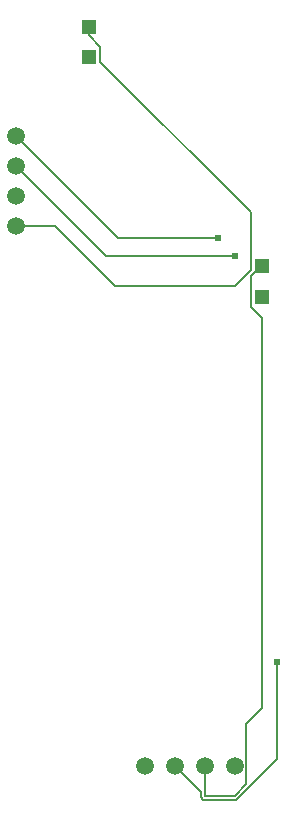
<source format=gbr>
G04 EAGLE Gerber RS-274X export*
G75*
%MOMM*%
%FSLAX34Y34*%
%LPD*%
%INBottom Copper*%
%IPPOS*%
%AMOC8*
5,1,8,0,0,1.08239X$1,22.5*%
G01*
G04 Define Apertures*
%ADD10C,0.606400*%
%ADD11C,1.500000*%
%ADD12C,0.152400*%
%ADD13R,1.275000X1.275000*%
%ADD14R,0.606400X0.606400*%
D10*
X203200Y787400D03*
D11*
X17660Y863600D03*
D12*
X93860Y787400D02*
X203200Y787400D01*
X93860Y787400D02*
X17660Y863600D01*
D11*
X17660Y889000D03*
D12*
X104274Y802386D01*
D10*
X189096Y802386D03*
D12*
X104274Y802386D01*
D11*
X127000Y355600D03*
X203200Y355600D03*
X17660Y838200D03*
D13*
X79584Y956056D03*
D11*
X17660Y812800D03*
D12*
X50800Y812800D01*
X101600Y762000D01*
X203200Y762000D01*
X216750Y775550D01*
X216750Y824650D01*
D13*
X79584Y981578D03*
D12*
X89370Y952030D02*
X216750Y824650D01*
X89370Y952030D02*
X89370Y964503D01*
X79584Y974289D01*
X79584Y981578D01*
D13*
X226536Y778764D03*
D12*
X225067Y778764D02*
X216750Y770447D01*
X203200Y330200D02*
X177800Y330200D01*
X177800Y355600D01*
D11*
X177800Y355600D03*
D12*
X212986Y390786D02*
X226536Y404336D01*
X212986Y390786D02*
X212986Y339986D01*
X203200Y330200D01*
X225067Y778764D02*
X226536Y778764D01*
X216750Y770447D02*
X216750Y744409D01*
X226536Y734623D02*
X226536Y404336D01*
X226536Y734623D02*
X216750Y744409D01*
D13*
X226536Y752856D03*
D14*
X238760Y443230D03*
D11*
X152400Y355600D03*
D12*
X238760Y361449D02*
X238760Y443230D01*
X238760Y361449D02*
X204463Y327152D01*
X176537Y327152D02*
X174752Y328937D01*
X176537Y327152D02*
X204463Y327152D01*
X174752Y333248D02*
X152400Y355600D01*
X174752Y333248D02*
X174752Y328937D01*
M02*

</source>
